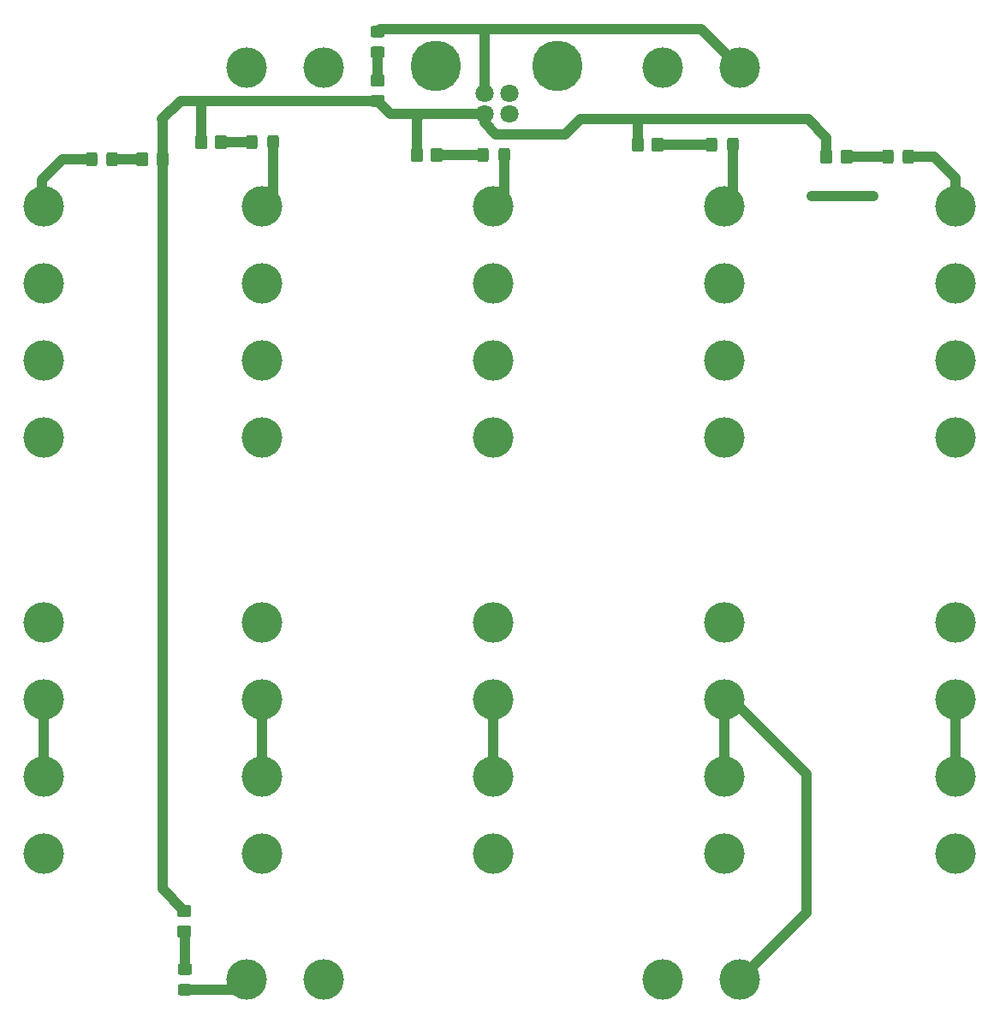
<source format=gbr>
%TF.GenerationSoftware,KiCad,Pcbnew,6.0.6-3a73a75311~116~ubuntu20.04.1*%
%TF.CreationDate,2022-06-26T16:51:51-05:00*%
%TF.ProjectId,BigClive_AA_Battery_Trickle_Charger_v000,42696743-6c69-4766-955f-41415f426174,rev?*%
%TF.SameCoordinates,Original*%
%TF.FileFunction,Copper,L1,Top*%
%TF.FilePolarity,Positive*%
%FSLAX46Y46*%
G04 Gerber Fmt 4.6, Leading zero omitted, Abs format (unit mm)*
G04 Created by KiCad (PCBNEW 6.0.6-3a73a75311~116~ubuntu20.04.1) date 2022-06-26 16:51:51*
%MOMM*%
%LPD*%
G01*
G04 APERTURE LIST*
G04 Aperture macros list*
%AMRoundRect*
0 Rectangle with rounded corners*
0 $1 Rounding radius*
0 $2 $3 $4 $5 $6 $7 $8 $9 X,Y pos of 4 corners*
0 Add a 4 corners polygon primitive as box body*
4,1,4,$2,$3,$4,$5,$6,$7,$8,$9,$2,$3,0*
0 Add four circle primitives for the rounded corners*
1,1,$1+$1,$2,$3*
1,1,$1+$1,$4,$5*
1,1,$1+$1,$6,$7*
1,1,$1+$1,$8,$9*
0 Add four rect primitives between the rounded corners*
20,1,$1+$1,$2,$3,$4,$5,0*
20,1,$1+$1,$4,$5,$6,$7,0*
20,1,$1+$1,$6,$7,$8,$9,0*
20,1,$1+$1,$8,$9,$2,$3,0*%
G04 Aperture macros list end*
%TA.AperFunction,ComponentPad*%
%ADD10C,4.000000*%
%TD*%
%TA.AperFunction,SMDPad,CuDef*%
%ADD11RoundRect,0.250000X0.350000X0.450000X-0.350000X0.450000X-0.350000X-0.450000X0.350000X-0.450000X0*%
%TD*%
%TA.AperFunction,SMDPad,CuDef*%
%ADD12RoundRect,0.250000X-0.350000X-0.450000X0.350000X-0.450000X0.350000X0.450000X-0.350000X0.450000X0*%
%TD*%
%TA.AperFunction,SMDPad,CuDef*%
%ADD13RoundRect,0.250000X0.325000X0.450000X-0.325000X0.450000X-0.325000X-0.450000X0.325000X-0.450000X0*%
%TD*%
%TA.AperFunction,SMDPad,CuDef*%
%ADD14RoundRect,0.250000X-0.325000X-0.450000X0.325000X-0.450000X0.325000X0.450000X-0.325000X0.450000X0*%
%TD*%
%TA.AperFunction,ComponentPad*%
%ADD15C,1.800000*%
%TD*%
%TA.AperFunction,ComponentPad*%
%ADD16C,5.000000*%
%TD*%
%TA.AperFunction,SMDPad,CuDef*%
%ADD17RoundRect,0.250000X-0.450000X0.325000X-0.450000X-0.325000X0.450000X-0.325000X0.450000X0.325000X0*%
%TD*%
%TA.AperFunction,SMDPad,CuDef*%
%ADD18RoundRect,0.250000X0.450000X-0.325000X0.450000X0.325000X-0.450000X0.325000X-0.450000X-0.325000X0*%
%TD*%
%TA.AperFunction,SMDPad,CuDef*%
%ADD19RoundRect,0.250000X-0.450000X0.350000X-0.450000X-0.350000X0.450000X-0.350000X0.450000X0.350000X0*%
%TD*%
%TA.AperFunction,SMDPad,CuDef*%
%ADD20RoundRect,0.250000X0.450000X-0.350000X0.450000X0.350000X-0.450000X0.350000X-0.450000X-0.350000X0*%
%TD*%
%TA.AperFunction,ViaPad*%
%ADD21C,0.800000*%
%TD*%
%TA.AperFunction,Conductor*%
%ADD22C,1.000000*%
%TD*%
G04 APERTURE END LIST*
D10*
%TO.P,U6,1,Plus1*%
%TO.N,Net-(U6-Pad1)*%
X142005000Y-133080000D03*
%TO.P,U6,2,Plus2*%
%TO.N,unconnected-(U6-Pad2)*%
X149625000Y-133080000D03*
%TO.P,U6,3,Minus1*%
%TO.N,GND*%
X190775000Y-133080000D03*
%TO.P,U6,4,Minus2*%
%TO.N,unconnected-(U6-Pad4)*%
X183155000Y-133080000D03*
%TD*%
D11*
%TO.P,R2,1*%
%TO.N,VCC*%
X133630000Y-51950000D03*
%TO.P,R2,2*%
%TO.N,Net-(D2-Pad2)*%
X131630000Y-51950000D03*
%TD*%
D12*
%TO.P,R4,1*%
%TO.N,VCC*%
X158786000Y-51546000D03*
%TO.P,R4,2*%
%TO.N,Net-(D4-Pad2)*%
X160786000Y-51546000D03*
%TD*%
D10*
%TO.P,U5,1,Plus1*%
%TO.N,Net-(U5-Pad1)*%
X212110000Y-56625000D03*
%TO.P,U5,2,Plus2*%
%TO.N,unconnected-(U5-Pad2)*%
X212110000Y-64245000D03*
%TO.P,U5,3,Minus1*%
%TO.N,GND*%
X212110000Y-105395000D03*
%TO.P,U5,4,Minus2*%
%TO.N,unconnected-(U5-Pad4)*%
X212110000Y-97775000D03*
%TD*%
D13*
%TO.P,D4,1,K*%
%TO.N,Net-(U3-Pad1)*%
X167415000Y-51546000D03*
%TO.P,D4,2,A*%
%TO.N,Net-(D4-Pad2)*%
X165365000Y-51546000D03*
%TD*%
D14*
%TO.P,D2,1,K*%
%TO.N,Net-(U1-Pad1)*%
X126655000Y-51980000D03*
%TO.P,D2,2,A*%
%TO.N,Net-(D2-Pad2)*%
X128705000Y-51980000D03*
%TD*%
D15*
%TO.P,J1,1,VBUS*%
%TO.N,VCC*%
X165470000Y-47450000D03*
%TO.P,J1,2,D-*%
%TO.N,unconnected-(J1-Pad2)*%
X167970000Y-47450000D03*
%TO.P,J1,3,D+*%
%TO.N,unconnected-(J1-Pad3)*%
X167970000Y-45450000D03*
%TO.P,J1,4,GND*%
%TO.N,GND*%
X165470000Y-45450000D03*
D16*
%TO.P,J1,5,Shield*%
%TO.N,unconnected-(J1-Pad5)*%
X172740000Y-42740000D03*
%TO.P,J1,6*%
%TO.N,N/C*%
X160700000Y-42740000D03*
%TD*%
D10*
%TO.P,U1,1,Plus1*%
%TO.N,Net-(U1-Pad1)*%
X121940000Y-56625000D03*
%TO.P,U1,2,Plus2*%
%TO.N,unconnected-(U1-Pad2)*%
X121940000Y-64245000D03*
%TO.P,U1,3,Minus1*%
%TO.N,GND*%
X121940000Y-105395000D03*
%TO.P,U1,4,Minus2*%
%TO.N,unconnected-(U1-Pad4)*%
X121940000Y-97775000D03*
%TD*%
D12*
%TO.P,R5,1*%
%TO.N,VCC*%
X180630000Y-50530000D03*
%TO.P,R5,2*%
%TO.N,Net-(D5-Pad2)*%
X182630000Y-50530000D03*
%TD*%
%TO.P,R3,1*%
%TO.N,VCC*%
X137450000Y-50276000D03*
%TO.P,R3,2*%
%TO.N,Net-(D3-Pad2)*%
X139450000Y-50276000D03*
%TD*%
D17*
%TO.P,D1,1,K*%
%TO.N,GND*%
X154960000Y-39345000D03*
%TO.P,D1,2,A*%
%TO.N,Net-(D1-Pad2)*%
X154960000Y-41395000D03*
%TD*%
D18*
%TO.P,D7,1,K*%
%TO.N,Net-(U6-Pad1)*%
X135840000Y-134092500D03*
%TO.P,D7,2,A*%
%TO.N,Net-(D7-Pad2)*%
X135840000Y-132042500D03*
%TD*%
D13*
%TO.P,D5,1,K*%
%TO.N,Net-(U4-Pad1)*%
X190021000Y-50530000D03*
%TO.P,D5,2,A*%
%TO.N,Net-(D5-Pad2)*%
X187971000Y-50530000D03*
%TD*%
D10*
%TO.P,U4,1,Plus1*%
%TO.N,Net-(U4-Pad1)*%
X189250000Y-56625000D03*
%TO.P,U4,2,Plus2*%
%TO.N,unconnected-(U4-Pad2)*%
X189250000Y-64245000D03*
%TO.P,U4,3,Minus1*%
%TO.N,GND*%
X189250000Y-105395000D03*
%TO.P,U4,4,Minus2*%
%TO.N,unconnected-(U4-Pad4)*%
X189250000Y-97775000D03*
%TD*%
D19*
%TO.P,R7,1*%
%TO.N,VCC*%
X135810000Y-126330000D03*
%TO.P,R7,2*%
%TO.N,Net-(D7-Pad2)*%
X135810000Y-128330000D03*
%TD*%
D20*
%TO.P,R1,1*%
%TO.N,VCC*%
X154960000Y-46180000D03*
%TO.P,R1,2*%
%TO.N,Net-(D1-Pad2)*%
X154960000Y-44180000D03*
%TD*%
D13*
%TO.P,D6,1,K*%
%TO.N,Net-(U5-Pad1)*%
X207405000Y-51690000D03*
%TO.P,D6,2,A*%
%TO.N,Net-(D6-Pad2)*%
X205355000Y-51690000D03*
%TD*%
%TO.P,D3,1,K*%
%TO.N,Net-(U2-Pad1)*%
X144555000Y-50276000D03*
%TO.P,D3,2,A*%
%TO.N,Net-(D3-Pad2)*%
X142505000Y-50276000D03*
%TD*%
D12*
%TO.P,R6,1*%
%TO.N,VCC*%
X199310000Y-51690000D03*
%TO.P,R6,2*%
%TO.N,Net-(D6-Pad2)*%
X201310000Y-51690000D03*
%TD*%
D10*
%TO.P,U3,1,Plus1*%
%TO.N,Net-(U3-Pad1)*%
X166390000Y-56625000D03*
%TO.P,U3,2,Plus2*%
%TO.N,unconnected-(U3-Pad2)*%
X166390000Y-64245000D03*
%TO.P,U3,3,Minus1*%
%TO.N,GND*%
X166390000Y-105395000D03*
%TO.P,U3,4,Minus2*%
%TO.N,unconnected-(U3-Pad4)*%
X166390000Y-97775000D03*
%TD*%
%TO.P,U2,1,Plus1*%
%TO.N,Net-(U2-Pad1)*%
X143530000Y-56625000D03*
%TO.P,U2,2,Plus2*%
%TO.N,unconnected-(U2-Pad2)*%
X143530000Y-64245000D03*
%TO.P,U2,3,Minus1*%
%TO.N,GND*%
X143530000Y-105395000D03*
%TO.P,U2,4,Minus2*%
%TO.N,unconnected-(U2-Pad4)*%
X143530000Y-97775000D03*
%TD*%
%TO.P,U12,1,Plus1*%
%TO.N,Net-(D13-Pad1)*%
X141995000Y-42900000D03*
%TO.P,U12,2,Plus2*%
%TO.N,unconnected-(U12-Pad2)*%
X149615000Y-42900000D03*
%TO.P,U12,3,Minus1*%
%TO.N,GND*%
X190765000Y-42900000D03*
%TO.P,U12,4,Minus2*%
%TO.N,unconnected-(U12-Pad4)*%
X183145000Y-42900000D03*
%TD*%
%TO.P,U9,1,Plus1*%
%TO.N,Net-(U9-Pad1)*%
X166390000Y-71865000D03*
%TO.P,U9,2,Plus2*%
%TO.N,unconnected-(U9-Pad2)*%
X166390000Y-79485000D03*
%TO.P,U9,3,Minus1*%
%TO.N,unconnected-(U9-Pad3)*%
X166390000Y-120635000D03*
%TO.P,U9,4,Minus2*%
%TO.N,GND*%
X166390000Y-113015000D03*
%TD*%
%TO.P,U8,1,Plus1*%
%TO.N,Net-(U8-Pad1)*%
X143530000Y-71865000D03*
%TO.P,U8,2,Plus2*%
%TO.N,unconnected-(U8-Pad2)*%
X143530000Y-79485000D03*
%TO.P,U8,3,Minus1*%
%TO.N,unconnected-(U8-Pad3)*%
X143530000Y-120635000D03*
%TO.P,U8,4,Minus2*%
%TO.N,GND*%
X143530000Y-113015000D03*
%TD*%
%TO.P,U10,1,Plus1*%
%TO.N,Net-(D11-Pad1)*%
X189250000Y-71865000D03*
%TO.P,U10,2,Plus2*%
%TO.N,unconnected-(U10-Pad2)*%
X189250000Y-79485000D03*
%TO.P,U10,3,Minus1*%
%TO.N,unconnected-(U10-Pad3)*%
X189250000Y-120635000D03*
%TO.P,U10,4,Minus2*%
%TO.N,GND*%
X189250000Y-113015000D03*
%TD*%
%TO.P,U11,1,Plus1*%
%TO.N,Net-(U11-Pad1)*%
X212110000Y-71865000D03*
%TO.P,U11,2,Plus2*%
%TO.N,unconnected-(U11-Pad2)*%
X212110000Y-79485000D03*
%TO.P,U11,3,Minus1*%
%TO.N,unconnected-(U11-Pad3)*%
X212110000Y-120635000D03*
%TO.P,U11,4,Minus2*%
%TO.N,GND*%
X212110000Y-113015000D03*
%TD*%
%TO.P,U7,1,Plus1*%
%TO.N,Net-(U7-Pad1)*%
X121940000Y-71865000D03*
%TO.P,U7,2,Plus2*%
%TO.N,unconnected-(U7-Pad2)*%
X121940000Y-79485000D03*
%TO.P,U7,3,Minus1*%
%TO.N,unconnected-(U7-Pad3)*%
X121940000Y-120635000D03*
%TO.P,U7,4,Minus2*%
%TO.N,GND*%
X121940000Y-113015000D03*
%TD*%
D21*
%TO.N,VCC*%
X203982000Y-55610000D03*
X202712000Y-55610000D03*
X197886000Y-55610000D03*
X199410000Y-55610000D03*
%TD*%
D22*
%TO.N,GND*%
X190775000Y-133079000D02*
X197378000Y-126476000D01*
X212110000Y-105395000D02*
X212110000Y-113015000D01*
X166390000Y-105395000D02*
X166390000Y-113015000D01*
X190013000Y-105395000D02*
X189250000Y-105395000D01*
X158262000Y-39100000D02*
X162326000Y-39100000D01*
X190775000Y-42910000D02*
X186965000Y-39100000D01*
X197378000Y-126476000D02*
X197378000Y-112760000D01*
X197378000Y-112760000D02*
X190013000Y-105395000D01*
X162326000Y-39100000D02*
X165760000Y-39100000D01*
X155205000Y-39100000D02*
X158262000Y-39100000D01*
X186965000Y-39100000D02*
X162326000Y-39100000D01*
X154960000Y-39345000D02*
X155205000Y-39100000D01*
X189250000Y-105395000D02*
X189250000Y-113015000D01*
X190775000Y-133080000D02*
X190775000Y-133079000D01*
X121940000Y-105395000D02*
X121940000Y-113015000D01*
X165470000Y-39390000D02*
X165470000Y-45450000D01*
X143530000Y-105395000D02*
X143530000Y-113015000D01*
X165760000Y-39100000D02*
X165470000Y-39390000D01*
%TO.N,VCC*%
X180630000Y-48006000D02*
X180614000Y-47990000D01*
X180630000Y-50530000D02*
X180630000Y-48006000D01*
X133630000Y-48044000D02*
X133608000Y-48022000D01*
X199310000Y-49830000D02*
X197470000Y-47990000D01*
X133630000Y-124150000D02*
X133630000Y-51950000D01*
X133608000Y-48022000D02*
X135418000Y-46212000D01*
X158786000Y-47910000D02*
X159246000Y-47450000D01*
X154928000Y-46212000D02*
X154960000Y-46180000D01*
X158786000Y-51546000D02*
X158786000Y-47910000D01*
X197886000Y-55610000D02*
X203982000Y-55610000D01*
X156230000Y-47450000D02*
X159246000Y-47450000D01*
X199310000Y-51690000D02*
X199310000Y-49830000D01*
X137450000Y-50276000D02*
X137450000Y-46482000D01*
X135810000Y-126330000D02*
X133630000Y-124150000D01*
X166644000Y-49514000D02*
X165470000Y-48340000D01*
X165470000Y-48340000D02*
X165470000Y-47450000D01*
X197470000Y-47990000D02*
X180614000Y-47990000D01*
X159246000Y-47450000D02*
X165470000Y-47450000D01*
X137450000Y-46482000D02*
X137180000Y-46212000D01*
X137180000Y-46212000D02*
X154928000Y-46212000D01*
X154960000Y-46180000D02*
X156230000Y-47450000D01*
X173502000Y-49514000D02*
X166644000Y-49514000D01*
X133630000Y-51950000D02*
X133630000Y-48044000D01*
X175026000Y-47990000D02*
X173502000Y-49514000D01*
X135418000Y-46212000D02*
X137180000Y-46212000D01*
X180614000Y-47990000D02*
X175026000Y-47990000D01*
%TO.N,Net-(U2-Pad1)*%
X144555000Y-50276000D02*
X144555000Y-55600000D01*
X144555000Y-55600000D02*
X143530000Y-56625000D01*
%TO.N,Net-(D3-Pad2)*%
X139450000Y-50276000D02*
X142505000Y-50276000D01*
%TO.N,Net-(U3-Pad1)*%
X167415000Y-55600000D02*
X166390000Y-56625000D01*
X167415000Y-51546000D02*
X167415000Y-55600000D01*
%TO.N,Net-(D4-Pad2)*%
X160786000Y-51546000D02*
X165365000Y-51546000D01*
%TO.N,Net-(U4-Pad1)*%
X190021000Y-55854000D02*
X189250000Y-56625000D01*
X190021000Y-50530000D02*
X190021000Y-55854000D01*
%TO.N,Net-(D1-Pad2)*%
X154960000Y-44180000D02*
X154960000Y-41395000D01*
%TO.N,Net-(D2-Pad2)*%
X131590000Y-51990000D02*
X131630000Y-51950000D01*
X131600000Y-51980000D02*
X131630000Y-51950000D01*
X128705000Y-51980000D02*
X131600000Y-51980000D01*
%TO.N,Net-(D5-Pad2)*%
X182630000Y-50530000D02*
X187971000Y-50530000D01*
%TO.N,Net-(U5-Pad1)*%
X207405000Y-51690000D02*
X209940000Y-51690000D01*
X209940000Y-51690000D02*
X212110000Y-53860000D01*
X213135000Y-55600000D02*
X212110000Y-56625000D01*
X212110000Y-53860000D02*
X212110000Y-56625000D01*
%TO.N,Net-(D6-Pad2)*%
X205355000Y-51690000D02*
X201310000Y-51690000D01*
%TO.N,Net-(U6-Pad1)*%
X140992500Y-134092500D02*
X142005000Y-133080000D01*
X135840000Y-134092500D02*
X140992500Y-134092500D01*
%TO.N,Net-(D7-Pad2)*%
X135840000Y-128360000D02*
X135810000Y-128330000D01*
X135840000Y-132042500D02*
X135840000Y-128360000D01*
%TO.N,Net-(U1-Pad1)*%
X120915000Y-55600000D02*
X121940000Y-56625000D01*
X121710000Y-56395000D02*
X121940000Y-56625000D01*
X123730000Y-51980000D02*
X121710000Y-54000000D01*
X126655000Y-51980000D02*
X123730000Y-51980000D01*
X121710000Y-54000000D02*
X121710000Y-56395000D01*
%TD*%
M02*

</source>
